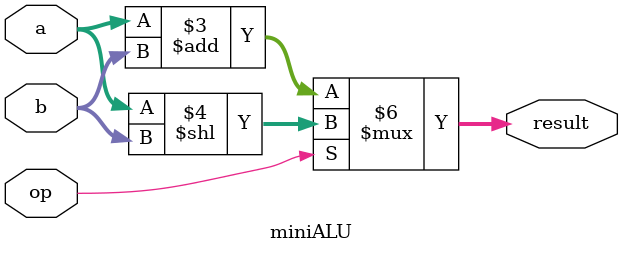
<source format=sv>
module miniALU(a, b, op, result);
input [3:0] a, b;
input op;
output reg [19:0] result;

always_comb begin
if (op == 1'b0) begin
result = a + b;
end else begin
result = a << b;
end
end



endmodule
</source>
